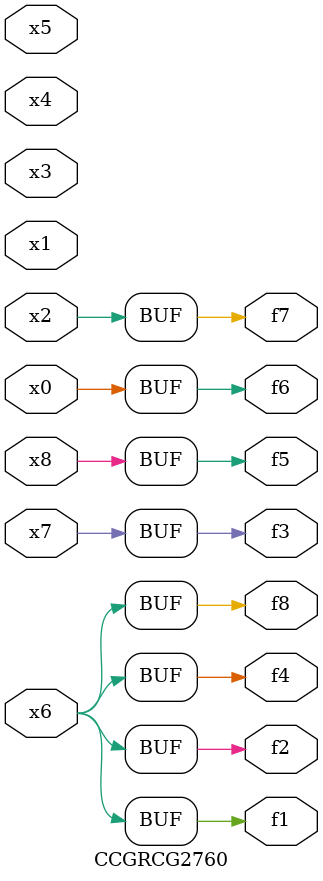
<source format=v>
module CCGRCG2760(
	input x0, x1, x2, x3, x4, x5, x6, x7, x8,
	output f1, f2, f3, f4, f5, f6, f7, f8
);
	assign f1 = x6;
	assign f2 = x6;
	assign f3 = x7;
	assign f4 = x6;
	assign f5 = x8;
	assign f6 = x0;
	assign f7 = x2;
	assign f8 = x6;
endmodule

</source>
